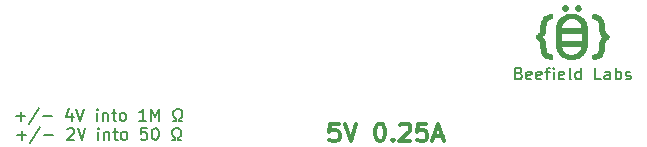
<source format=gbr>
%TF.GenerationSoftware,KiCad,Pcbnew,6.0.8-f2edbf62ab~116~ubuntu20.04.1*%
%TF.CreationDate,2022-11-12T19:24:57-08:00*%
%TF.ProjectId,packaged-amp-panel-b,7061636b-6167-4656-942d-616d702d7061,rev?*%
%TF.SameCoordinates,Original*%
%TF.FileFunction,Legend,Top*%
%TF.FilePolarity,Positive*%
%FSLAX46Y46*%
G04 Gerber Fmt 4.6, Leading zero omitted, Abs format (unit mm)*
G04 Created by KiCad (PCBNEW 6.0.8-f2edbf62ab~116~ubuntu20.04.1) date 2022-11-12 19:24:57*
%MOMM*%
%LPD*%
G01*
G04 APERTURE LIST*
%ADD10C,0.150000*%
%ADD11C,0.300000*%
G04 APERTURE END LIST*
D10*
X140152380Y-72328571D02*
X140295238Y-72376190D01*
X140342857Y-72423809D01*
X140390476Y-72519047D01*
X140390476Y-72661904D01*
X140342857Y-72757142D01*
X140295238Y-72804761D01*
X140200000Y-72852380D01*
X139819047Y-72852380D01*
X139819047Y-71852380D01*
X140152380Y-71852380D01*
X140247619Y-71900000D01*
X140295238Y-71947619D01*
X140342857Y-72042857D01*
X140342857Y-72138095D01*
X140295238Y-72233333D01*
X140247619Y-72280952D01*
X140152380Y-72328571D01*
X139819047Y-72328571D01*
X141200000Y-72804761D02*
X141104761Y-72852380D01*
X140914285Y-72852380D01*
X140819047Y-72804761D01*
X140771428Y-72709523D01*
X140771428Y-72328571D01*
X140819047Y-72233333D01*
X140914285Y-72185714D01*
X141104761Y-72185714D01*
X141200000Y-72233333D01*
X141247619Y-72328571D01*
X141247619Y-72423809D01*
X140771428Y-72519047D01*
X142057142Y-72804761D02*
X141961904Y-72852380D01*
X141771428Y-72852380D01*
X141676190Y-72804761D01*
X141628571Y-72709523D01*
X141628571Y-72328571D01*
X141676190Y-72233333D01*
X141771428Y-72185714D01*
X141961904Y-72185714D01*
X142057142Y-72233333D01*
X142104761Y-72328571D01*
X142104761Y-72423809D01*
X141628571Y-72519047D01*
X142390476Y-72185714D02*
X142771428Y-72185714D01*
X142533333Y-72852380D02*
X142533333Y-71995238D01*
X142580952Y-71900000D01*
X142676190Y-71852380D01*
X142771428Y-71852380D01*
X143104761Y-72852380D02*
X143104761Y-72185714D01*
X143104761Y-71852380D02*
X143057142Y-71900000D01*
X143104761Y-71947619D01*
X143152380Y-71900000D01*
X143104761Y-71852380D01*
X143104761Y-71947619D01*
X143961904Y-72804761D02*
X143866666Y-72852380D01*
X143676190Y-72852380D01*
X143580952Y-72804761D01*
X143533333Y-72709523D01*
X143533333Y-72328571D01*
X143580952Y-72233333D01*
X143676190Y-72185714D01*
X143866666Y-72185714D01*
X143961904Y-72233333D01*
X144009523Y-72328571D01*
X144009523Y-72423809D01*
X143533333Y-72519047D01*
X144580952Y-72852380D02*
X144485714Y-72804761D01*
X144438095Y-72709523D01*
X144438095Y-71852380D01*
X145390476Y-72852380D02*
X145390476Y-71852380D01*
X145390476Y-72804761D02*
X145295238Y-72852380D01*
X145104761Y-72852380D01*
X145009523Y-72804761D01*
X144961904Y-72757142D01*
X144914285Y-72661904D01*
X144914285Y-72376190D01*
X144961904Y-72280952D01*
X145009523Y-72233333D01*
X145104761Y-72185714D01*
X145295238Y-72185714D01*
X145390476Y-72233333D01*
X147104761Y-72852380D02*
X146628571Y-72852380D01*
X146628571Y-71852380D01*
X147866666Y-72852380D02*
X147866666Y-72328571D01*
X147819047Y-72233333D01*
X147723809Y-72185714D01*
X147533333Y-72185714D01*
X147438095Y-72233333D01*
X147866666Y-72804761D02*
X147771428Y-72852380D01*
X147533333Y-72852380D01*
X147438095Y-72804761D01*
X147390476Y-72709523D01*
X147390476Y-72614285D01*
X147438095Y-72519047D01*
X147533333Y-72471428D01*
X147771428Y-72471428D01*
X147866666Y-72423809D01*
X148342857Y-72852380D02*
X148342857Y-71852380D01*
X148342857Y-72233333D02*
X148438095Y-72185714D01*
X148628571Y-72185714D01*
X148723809Y-72233333D01*
X148771428Y-72280952D01*
X148819047Y-72376190D01*
X148819047Y-72661904D01*
X148771428Y-72757142D01*
X148723809Y-72804761D01*
X148628571Y-72852380D01*
X148438095Y-72852380D01*
X148342857Y-72804761D01*
X149200000Y-72804761D02*
X149295238Y-72852380D01*
X149485714Y-72852380D01*
X149580952Y-72804761D01*
X149628571Y-72709523D01*
X149628571Y-72661904D01*
X149580952Y-72566666D01*
X149485714Y-72519047D01*
X149342857Y-72519047D01*
X149247619Y-72471428D01*
X149200000Y-72376190D01*
X149200000Y-72328571D01*
X149247619Y-72233333D01*
X149342857Y-72185714D01*
X149485714Y-72185714D01*
X149580952Y-72233333D01*
X97600000Y-75966428D02*
X98361904Y-75966428D01*
X97980952Y-76347380D02*
X97980952Y-75585476D01*
X99552380Y-75299761D02*
X98695238Y-76585476D01*
X99885714Y-75966428D02*
X100647619Y-75966428D01*
X102314285Y-75680714D02*
X102314285Y-76347380D01*
X102076190Y-75299761D02*
X101838095Y-76014047D01*
X102457142Y-76014047D01*
X102695238Y-75347380D02*
X103028571Y-76347380D01*
X103361904Y-75347380D01*
X104457142Y-76347380D02*
X104457142Y-75680714D01*
X104457142Y-75347380D02*
X104409523Y-75395000D01*
X104457142Y-75442619D01*
X104504761Y-75395000D01*
X104457142Y-75347380D01*
X104457142Y-75442619D01*
X104933333Y-75680714D02*
X104933333Y-76347380D01*
X104933333Y-75775952D02*
X104980952Y-75728333D01*
X105076190Y-75680714D01*
X105219047Y-75680714D01*
X105314285Y-75728333D01*
X105361904Y-75823571D01*
X105361904Y-76347380D01*
X105695238Y-75680714D02*
X106076190Y-75680714D01*
X105838095Y-75347380D02*
X105838095Y-76204523D01*
X105885714Y-76299761D01*
X105980952Y-76347380D01*
X106076190Y-76347380D01*
X106552380Y-76347380D02*
X106457142Y-76299761D01*
X106409523Y-76252142D01*
X106361904Y-76156904D01*
X106361904Y-75871190D01*
X106409523Y-75775952D01*
X106457142Y-75728333D01*
X106552380Y-75680714D01*
X106695238Y-75680714D01*
X106790476Y-75728333D01*
X106838095Y-75775952D01*
X106885714Y-75871190D01*
X106885714Y-76156904D01*
X106838095Y-76252142D01*
X106790476Y-76299761D01*
X106695238Y-76347380D01*
X106552380Y-76347380D01*
X108600000Y-76347380D02*
X108028571Y-76347380D01*
X108314285Y-76347380D02*
X108314285Y-75347380D01*
X108219047Y-75490238D01*
X108123809Y-75585476D01*
X108028571Y-75633095D01*
X109028571Y-76347380D02*
X109028571Y-75347380D01*
X109361904Y-76061666D01*
X109695238Y-75347380D01*
X109695238Y-76347380D01*
X110885714Y-76347380D02*
X111123809Y-76347380D01*
X111123809Y-76156904D01*
X111028571Y-76109285D01*
X110933333Y-76014047D01*
X110885714Y-75871190D01*
X110885714Y-75633095D01*
X110933333Y-75490238D01*
X111028571Y-75395000D01*
X111171428Y-75347380D01*
X111361904Y-75347380D01*
X111504761Y-75395000D01*
X111600000Y-75490238D01*
X111647619Y-75633095D01*
X111647619Y-75871190D01*
X111600000Y-76014047D01*
X111504761Y-76109285D01*
X111409523Y-76156904D01*
X111409523Y-76347380D01*
X111647619Y-76347380D01*
X97695238Y-77576428D02*
X98457142Y-77576428D01*
X98076190Y-77957380D02*
X98076190Y-77195476D01*
X99647619Y-76909761D02*
X98790476Y-78195476D01*
X99980952Y-77576428D02*
X100742857Y-77576428D01*
X101933333Y-77052619D02*
X101980952Y-77005000D01*
X102076190Y-76957380D01*
X102314285Y-76957380D01*
X102409523Y-77005000D01*
X102457142Y-77052619D01*
X102504761Y-77147857D01*
X102504761Y-77243095D01*
X102457142Y-77385952D01*
X101885714Y-77957380D01*
X102504761Y-77957380D01*
X102790476Y-76957380D02*
X103123809Y-77957380D01*
X103457142Y-76957380D01*
X104552380Y-77957380D02*
X104552380Y-77290714D01*
X104552380Y-76957380D02*
X104504761Y-77005000D01*
X104552380Y-77052619D01*
X104600000Y-77005000D01*
X104552380Y-76957380D01*
X104552380Y-77052619D01*
X105028571Y-77290714D02*
X105028571Y-77957380D01*
X105028571Y-77385952D02*
X105076190Y-77338333D01*
X105171428Y-77290714D01*
X105314285Y-77290714D01*
X105409523Y-77338333D01*
X105457142Y-77433571D01*
X105457142Y-77957380D01*
X105790476Y-77290714D02*
X106171428Y-77290714D01*
X105933333Y-76957380D02*
X105933333Y-77814523D01*
X105980952Y-77909761D01*
X106076190Y-77957380D01*
X106171428Y-77957380D01*
X106647619Y-77957380D02*
X106552380Y-77909761D01*
X106504761Y-77862142D01*
X106457142Y-77766904D01*
X106457142Y-77481190D01*
X106504761Y-77385952D01*
X106552380Y-77338333D01*
X106647619Y-77290714D01*
X106790476Y-77290714D01*
X106885714Y-77338333D01*
X106933333Y-77385952D01*
X106980952Y-77481190D01*
X106980952Y-77766904D01*
X106933333Y-77862142D01*
X106885714Y-77909761D01*
X106790476Y-77957380D01*
X106647619Y-77957380D01*
X108647619Y-76957380D02*
X108171428Y-76957380D01*
X108123809Y-77433571D01*
X108171428Y-77385952D01*
X108266666Y-77338333D01*
X108504761Y-77338333D01*
X108600000Y-77385952D01*
X108647619Y-77433571D01*
X108695238Y-77528809D01*
X108695238Y-77766904D01*
X108647619Y-77862142D01*
X108600000Y-77909761D01*
X108504761Y-77957380D01*
X108266666Y-77957380D01*
X108171428Y-77909761D01*
X108123809Y-77862142D01*
X109314285Y-76957380D02*
X109409523Y-76957380D01*
X109504761Y-77005000D01*
X109552380Y-77052619D01*
X109600000Y-77147857D01*
X109647619Y-77338333D01*
X109647619Y-77576428D01*
X109600000Y-77766904D01*
X109552380Y-77862142D01*
X109504761Y-77909761D01*
X109409523Y-77957380D01*
X109314285Y-77957380D01*
X109219047Y-77909761D01*
X109171428Y-77862142D01*
X109123809Y-77766904D01*
X109076190Y-77576428D01*
X109076190Y-77338333D01*
X109123809Y-77147857D01*
X109171428Y-77052619D01*
X109219047Y-77005000D01*
X109314285Y-76957380D01*
X110790476Y-77957380D02*
X111028571Y-77957380D01*
X111028571Y-77766904D01*
X110933333Y-77719285D01*
X110838095Y-77624047D01*
X110790476Y-77481190D01*
X110790476Y-77243095D01*
X110838095Y-77100238D01*
X110933333Y-77005000D01*
X111076190Y-76957380D01*
X111266666Y-76957380D01*
X111409523Y-77005000D01*
X111504761Y-77100238D01*
X111552380Y-77243095D01*
X111552380Y-77481190D01*
X111504761Y-77624047D01*
X111409523Y-77719285D01*
X111314285Y-77766904D01*
X111314285Y-77957380D01*
X111552380Y-77957380D01*
D11*
X124900000Y-76578571D02*
X124185714Y-76578571D01*
X124114285Y-77292857D01*
X124185714Y-77221428D01*
X124328571Y-77150000D01*
X124685714Y-77150000D01*
X124828571Y-77221428D01*
X124900000Y-77292857D01*
X124971428Y-77435714D01*
X124971428Y-77792857D01*
X124900000Y-77935714D01*
X124828571Y-78007142D01*
X124685714Y-78078571D01*
X124328571Y-78078571D01*
X124185714Y-78007142D01*
X124114285Y-77935714D01*
X125400000Y-76578571D02*
X125900000Y-78078571D01*
X126400000Y-76578571D01*
X128328571Y-76578571D02*
X128471428Y-76578571D01*
X128614285Y-76650000D01*
X128685714Y-76721428D01*
X128757142Y-76864285D01*
X128828571Y-77150000D01*
X128828571Y-77507142D01*
X128757142Y-77792857D01*
X128685714Y-77935714D01*
X128614285Y-78007142D01*
X128471428Y-78078571D01*
X128328571Y-78078571D01*
X128185714Y-78007142D01*
X128114285Y-77935714D01*
X128042857Y-77792857D01*
X127971428Y-77507142D01*
X127971428Y-77150000D01*
X128042857Y-76864285D01*
X128114285Y-76721428D01*
X128185714Y-76650000D01*
X128328571Y-76578571D01*
X129471428Y-77935714D02*
X129542857Y-78007142D01*
X129471428Y-78078571D01*
X129400000Y-78007142D01*
X129471428Y-77935714D01*
X129471428Y-78078571D01*
X130114285Y-76721428D02*
X130185714Y-76650000D01*
X130328571Y-76578571D01*
X130685714Y-76578571D01*
X130828571Y-76650000D01*
X130900000Y-76721428D01*
X130971428Y-76864285D01*
X130971428Y-77007142D01*
X130900000Y-77221428D01*
X130042857Y-78078571D01*
X130971428Y-78078571D01*
X132328571Y-76578571D02*
X131614285Y-76578571D01*
X131542857Y-77292857D01*
X131614285Y-77221428D01*
X131757142Y-77150000D01*
X132114285Y-77150000D01*
X132257142Y-77221428D01*
X132328571Y-77292857D01*
X132400000Y-77435714D01*
X132400000Y-77792857D01*
X132328571Y-77935714D01*
X132257142Y-78007142D01*
X132114285Y-78078571D01*
X131757142Y-78078571D01*
X131614285Y-78007142D01*
X131542857Y-77935714D01*
X132971428Y-77650000D02*
X133685714Y-77650000D01*
X132828571Y-78078571D02*
X133328571Y-76578571D01*
X133828571Y-78078571D01*
%TO.C,G\u002A\u002A\u002A*%
G36*
X145223256Y-66540791D02*
G01*
X145292596Y-66559856D01*
X145356459Y-66596493D01*
X145402843Y-66640261D01*
X145443973Y-66703518D01*
X145466302Y-66772830D01*
X145469933Y-66844737D01*
X145454972Y-66915780D01*
X145421525Y-66982500D01*
X145391276Y-67020470D01*
X145331011Y-67070412D01*
X145262692Y-67101516D01*
X145189032Y-67113168D01*
X145112747Y-67104751D01*
X145073537Y-67092470D01*
X145014799Y-67059284D01*
X144963825Y-67010268D01*
X144923928Y-66950285D01*
X144898419Y-66884196D01*
X144890500Y-66823708D01*
X144898573Y-66765184D01*
X144920358Y-66704165D01*
X144952202Y-66650263D01*
X144960240Y-66640261D01*
X145016932Y-66589034D01*
X145081969Y-66555380D01*
X145151896Y-66539299D01*
X145223256Y-66540791D01*
G37*
G36*
X144184982Y-66547585D02*
G01*
X144256456Y-66578444D01*
X144314766Y-66623941D01*
X144358521Y-66681124D01*
X144386327Y-66747041D01*
X144396792Y-66818741D01*
X144388523Y-66893272D01*
X144371764Y-66943424D01*
X144334904Y-67004227D01*
X144283783Y-67053435D01*
X144222409Y-67089256D01*
X144154793Y-67109895D01*
X144084943Y-67113561D01*
X144021420Y-67100139D01*
X143948579Y-67064229D01*
X143891237Y-67014999D01*
X143850574Y-66954224D01*
X143827769Y-66883679D01*
X143824003Y-66805139D01*
X143824142Y-66803345D01*
X143838557Y-66729162D01*
X143870003Y-66666009D01*
X143917235Y-66612937D01*
X143982007Y-66566916D01*
X144051370Y-66541358D01*
X144124458Y-66536476D01*
X144184982Y-66547585D01*
G37*
G36*
X146633526Y-67324459D02*
G01*
X146765050Y-67349266D01*
X146888317Y-67389360D01*
X147001030Y-67443782D01*
X147100894Y-67511572D01*
X147185613Y-67591774D01*
X147201520Y-67610414D01*
X147273373Y-67713174D01*
X147334295Y-67831800D01*
X147383433Y-67963544D01*
X147419934Y-68105662D01*
X147442947Y-68255404D01*
X147451618Y-68410025D01*
X147451656Y-68416500D01*
X147455872Y-68546562D01*
X147467648Y-68658008D01*
X147487249Y-68752093D01*
X147514939Y-68830072D01*
X147550984Y-68893198D01*
X147552841Y-68895756D01*
X147571900Y-68920174D01*
X147591994Y-68941482D01*
X147616836Y-68962655D01*
X147650139Y-68986668D01*
X147695614Y-69016496D01*
X147732873Y-69040045D01*
X147776853Y-69071464D01*
X147806127Y-69103760D01*
X147823366Y-69142240D01*
X147831239Y-69192213D01*
X147832607Y-69238308D01*
X147829677Y-69309520D01*
X147819273Y-69364635D01*
X147798803Y-69408153D01*
X147765673Y-69444575D01*
X147717290Y-69478399D01*
X147683246Y-69497522D01*
X147610885Y-69546843D01*
X147553371Y-69610433D01*
X147520740Y-69664776D01*
X147502185Y-69704972D01*
X147487501Y-69746235D01*
X147476063Y-69792113D01*
X147467249Y-69846154D01*
X147460435Y-69911906D01*
X147454997Y-69992916D01*
X147451840Y-70056917D01*
X147444213Y-70188064D01*
X147433398Y-70301829D01*
X147418637Y-70401855D01*
X147399175Y-70491785D01*
X147374253Y-70575265D01*
X147343115Y-70655937D01*
X147314456Y-70718375D01*
X147247275Y-70834290D01*
X147166777Y-70933781D01*
X147072939Y-71016861D01*
X146965740Y-71083544D01*
X146845155Y-71133845D01*
X146711163Y-71167777D01*
X146563739Y-71185355D01*
X146550517Y-71186099D01*
X146497790Y-71188661D01*
X146461819Y-71189485D01*
X146438223Y-71187955D01*
X146422621Y-71183456D01*
X146410632Y-71175372D01*
X146399705Y-71164918D01*
X146389562Y-71154236D01*
X146382276Y-71143333D01*
X146377376Y-71128726D01*
X146374388Y-71106938D01*
X146372838Y-71074488D01*
X146372256Y-71027897D01*
X146372166Y-70963685D01*
X146372166Y-70962273D01*
X146372637Y-70890254D01*
X146374708Y-70836523D01*
X146379366Y-70798212D01*
X146387600Y-70772451D01*
X146400397Y-70756371D01*
X146418745Y-70747103D01*
X146443631Y-70741778D01*
X146448305Y-70741097D01*
X146517604Y-70730974D01*
X146570126Y-70722204D01*
X146610134Y-70713836D01*
X146641892Y-70704920D01*
X146669663Y-70694504D01*
X146682393Y-70688894D01*
X146758073Y-70643412D01*
X146818460Y-70583390D01*
X146858668Y-70518799D01*
X146876305Y-70479918D01*
X146891244Y-70440209D01*
X146903863Y-70397212D01*
X146914538Y-70348468D01*
X146923645Y-70291520D01*
X146931562Y-70223909D01*
X146938665Y-70143175D01*
X146945330Y-70046861D01*
X146951935Y-69932508D01*
X146953760Y-69898167D01*
X146959381Y-69808060D01*
X146966005Y-69735892D01*
X146974010Y-69678445D01*
X146983774Y-69632503D01*
X146985888Y-69624708D01*
X147024206Y-69517237D01*
X147074165Y-69424175D01*
X147134660Y-69347266D01*
X147193890Y-69295648D01*
X147251616Y-69254311D01*
X147204422Y-69221841D01*
X147142476Y-69169663D01*
X147089015Y-69103228D01*
X147041447Y-69019284D01*
X147039125Y-69014459D01*
X147014349Y-68958966D01*
X146995136Y-68906137D01*
X146980556Y-68851479D01*
X146969677Y-68790496D01*
X146961568Y-68718696D01*
X146955298Y-68631584D01*
X146953633Y-68601709D01*
X146946928Y-68482625D01*
X146940260Y-68382222D01*
X146933243Y-68298019D01*
X146925494Y-68227533D01*
X146916629Y-68168284D01*
X146906265Y-68117790D01*
X146894017Y-68073570D01*
X146879503Y-68033141D01*
X146862338Y-67994023D01*
X146858382Y-67985786D01*
X146819714Y-67921616D01*
X146771096Y-67869776D01*
X146710333Y-67829007D01*
X146635232Y-67798048D01*
X146543600Y-67775639D01*
X146474025Y-67765049D01*
X146424350Y-67751846D01*
X146397296Y-67733508D01*
X146387908Y-67723267D01*
X146381206Y-67711962D01*
X146376739Y-67696078D01*
X146374053Y-67672100D01*
X146372698Y-67636511D01*
X146372220Y-67585796D01*
X146372166Y-67538084D01*
X146372280Y-67474407D01*
X146372931Y-67428370D01*
X146374588Y-67396446D01*
X146377717Y-67375110D01*
X146382783Y-67360835D01*
X146390256Y-67350094D01*
X146398143Y-67341811D01*
X146415301Y-67327545D01*
X146435151Y-67319667D01*
X146464418Y-67316396D01*
X146496039Y-67315896D01*
X146633526Y-67324459D01*
G37*
G36*
X142962402Y-67318828D02*
G01*
X142991754Y-67323315D01*
X143013618Y-67331124D01*
X143029089Y-67345087D01*
X143039264Y-67368038D01*
X143045238Y-67402810D01*
X143048108Y-67452236D01*
X143048969Y-67519149D01*
X143049000Y-67542703D01*
X143048710Y-67614096D01*
X143046672Y-67667302D01*
X143041128Y-67705302D01*
X143030322Y-67731075D01*
X143012496Y-67747602D01*
X142985896Y-67757862D01*
X142948763Y-67764837D01*
X142915389Y-67769382D01*
X142818206Y-67787751D01*
X142737810Y-67815721D01*
X142671515Y-67854591D01*
X142616638Y-67905662D01*
X142605070Y-67919624D01*
X142572973Y-67966356D01*
X142546427Y-68019462D01*
X142524873Y-68081359D01*
X142507754Y-68154467D01*
X142494511Y-68241202D01*
X142484587Y-68343984D01*
X142477424Y-68465230D01*
X142477001Y-68474709D01*
X142472938Y-68564075D01*
X142469214Y-68635666D01*
X142465471Y-68692859D01*
X142461355Y-68739034D01*
X142456508Y-68777569D01*
X142450575Y-68811845D01*
X142443200Y-68845239D01*
X142434289Y-68880149D01*
X142398379Y-68984449D01*
X142350007Y-69076370D01*
X142290729Y-69153431D01*
X142227515Y-69209348D01*
X142170027Y-69250514D01*
X142205828Y-69272640D01*
X142244238Y-69302092D01*
X142286772Y-69343675D01*
X142327445Y-69390925D01*
X142360270Y-69437376D01*
X142363777Y-69443238D01*
X142388930Y-69494492D01*
X142413713Y-69559135D01*
X142435567Y-69629507D01*
X142451933Y-69697943D01*
X142455604Y-69718250D01*
X142459459Y-69749645D01*
X142463769Y-69797864D01*
X142468223Y-69858579D01*
X142472511Y-69927459D01*
X142476322Y-70000178D01*
X142477228Y-70019875D01*
X142483594Y-70135294D01*
X142491835Y-70232385D01*
X142502428Y-70313940D01*
X142515852Y-70382750D01*
X142532585Y-70441608D01*
X142553105Y-70493307D01*
X142561188Y-70510062D01*
X142610112Y-70587113D01*
X142670877Y-70647090D01*
X142744401Y-70690617D01*
X142831601Y-70718320D01*
X142878550Y-70726176D01*
X142932121Y-70733144D01*
X142968920Y-70738842D01*
X142993202Y-70744409D01*
X143009223Y-70750988D01*
X143021240Y-70759719D01*
X143028102Y-70766269D01*
X143035875Y-70775640D01*
X143041451Y-70788019D01*
X143045189Y-70806781D01*
X143047450Y-70835300D01*
X143048593Y-70876950D01*
X143048977Y-70935108D01*
X143049000Y-70962273D01*
X143048894Y-71026952D01*
X143048280Y-71073928D01*
X143046709Y-71106663D01*
X143043734Y-71128621D01*
X143038907Y-71143266D01*
X143031782Y-71154059D01*
X143023022Y-71163356D01*
X143007576Y-71176637D01*
X142990329Y-71184326D01*
X142965314Y-71187793D01*
X142926563Y-71188410D01*
X142914543Y-71188286D01*
X142860290Y-71185875D01*
X142798991Y-71180593D01*
X142746762Y-71173986D01*
X142609073Y-71143475D01*
X142484907Y-71096785D01*
X142374158Y-71033818D01*
X142276725Y-70954478D01*
X142192503Y-70858666D01*
X142121390Y-70746286D01*
X142063283Y-70617239D01*
X142023095Y-70490834D01*
X142009460Y-70436318D01*
X141998590Y-70384299D01*
X141989954Y-70330529D01*
X141983023Y-70270761D01*
X141977265Y-70200749D01*
X141972153Y-70116246D01*
X141969315Y-70059781D01*
X141965634Y-69991204D01*
X141961421Y-69926811D01*
X141957004Y-69870742D01*
X141952713Y-69827137D01*
X141948877Y-69800136D01*
X141948537Y-69798535D01*
X141920314Y-69704747D01*
X141880025Y-69626461D01*
X141825215Y-69560326D01*
X141753432Y-69502986D01*
X141714974Y-69479181D01*
X141666718Y-69449925D01*
X141633338Y-69424160D01*
X141611936Y-69396843D01*
X141599617Y-69362931D01*
X141593483Y-69317380D01*
X141590885Y-69263167D01*
X141590631Y-69197569D01*
X141595830Y-69148437D01*
X141608215Y-69111401D01*
X141629515Y-69082091D01*
X141661461Y-69056136D01*
X141676810Y-69046209D01*
X141750492Y-68998492D01*
X141807604Y-68956014D01*
X141851048Y-68915707D01*
X141883722Y-68874504D01*
X141908527Y-68829335D01*
X141926895Y-68781625D01*
X141943376Y-68717343D01*
X141956333Y-68636975D01*
X141965187Y-68545392D01*
X141969360Y-68447468D01*
X141969607Y-68421792D01*
X141974955Y-68303365D01*
X141989625Y-68180816D01*
X142012465Y-68059920D01*
X142042323Y-67946452D01*
X142078046Y-67846187D01*
X142089736Y-67819543D01*
X142155585Y-67700399D01*
X142235737Y-67596285D01*
X142329306Y-67507964D01*
X142435407Y-67436199D01*
X142553155Y-67381755D01*
X142623461Y-67359223D01*
X142680066Y-67346058D01*
X142745266Y-67334564D01*
X142812947Y-67325469D01*
X142876993Y-67319501D01*
X142931292Y-67317390D01*
X142962402Y-67318828D01*
G37*
G36*
X143292430Y-69361881D02*
G01*
X143292416Y-69242000D01*
X143292465Y-69087694D01*
X143292632Y-68953010D01*
X143292945Y-68836407D01*
X143293433Y-68736341D01*
X143294126Y-68651269D01*
X143295051Y-68579647D01*
X143296239Y-68519933D01*
X143297717Y-68470584D01*
X143298239Y-68458834D01*
X143811529Y-68458834D01*
X145451416Y-68458834D01*
X145451416Y-68434068D01*
X145447364Y-68398726D01*
X145436462Y-68350375D01*
X145420594Y-68295290D01*
X145401642Y-68239743D01*
X145381491Y-68190008D01*
X145372480Y-68171091D01*
X145305152Y-68060411D01*
X145223635Y-67965097D01*
X145128545Y-67885762D01*
X145022791Y-67824108D01*
X144941004Y-67789320D01*
X144860919Y-67765266D01*
X144774816Y-67750059D01*
X144688620Y-67742538D01*
X144553731Y-67742960D01*
X144428272Y-67760539D01*
X144308598Y-67795786D01*
X144308416Y-67795854D01*
X144218852Y-67835234D01*
X144140958Y-67883131D01*
X144067994Y-67944110D01*
X144024291Y-67988326D01*
X143946380Y-68087218D01*
X143884913Y-68199416D01*
X143839914Y-68324867D01*
X143817538Y-68424438D01*
X143811529Y-68458834D01*
X143298239Y-68458834D01*
X143299516Y-68430055D01*
X143301662Y-68396805D01*
X143304187Y-68369289D01*
X143307117Y-68345966D01*
X143309469Y-68331053D01*
X143346611Y-68172884D01*
X143402120Y-68023399D01*
X143475198Y-67884111D01*
X143565050Y-67756533D01*
X143670879Y-67642179D01*
X143673103Y-67640084D01*
X143796495Y-67538494D01*
X143931600Y-67454481D01*
X144078253Y-67388105D01*
X144236287Y-67339428D01*
X144405534Y-67308509D01*
X144585827Y-67295409D01*
X144631208Y-67294923D01*
X144784971Y-67300205D01*
X144924645Y-67316430D01*
X145054830Y-67344600D01*
X145180125Y-67385717D01*
X145305128Y-67440782D01*
X145308541Y-67442471D01*
X145409662Y-67496778D01*
X145495701Y-67552743D01*
X145572577Y-67614644D01*
X145644887Y-67685347D01*
X145743372Y-67803364D01*
X145824614Y-67930907D01*
X145889575Y-68069846D01*
X145939217Y-68222050D01*
X145955536Y-68289500D01*
X145959114Y-68306875D01*
X145962233Y-68325240D01*
X145964926Y-68346094D01*
X145967224Y-68370937D01*
X145969157Y-68401269D01*
X145970757Y-68438591D01*
X145972054Y-68484401D01*
X145973080Y-68540200D01*
X145973867Y-68607488D01*
X145974444Y-68687765D01*
X145974844Y-68782530D01*
X145975097Y-68893283D01*
X145975234Y-69021525D01*
X145975287Y-69168755D01*
X145975291Y-69242000D01*
X145975264Y-69398513D01*
X145975163Y-69535355D01*
X145974958Y-69654018D01*
X145974617Y-69755999D01*
X145974112Y-69842792D01*
X145973410Y-69915892D01*
X145972483Y-69976792D01*
X145971299Y-70026988D01*
X145969829Y-70067974D01*
X145968041Y-70101246D01*
X145965906Y-70128296D01*
X145963393Y-70150621D01*
X145960471Y-70169715D01*
X145957111Y-70187072D01*
X145955974Y-70192342D01*
X145910619Y-70354147D01*
X145848644Y-70504097D01*
X145770650Y-70641375D01*
X145677240Y-70765164D01*
X145569018Y-70874647D01*
X145446586Y-70969006D01*
X145333988Y-71035576D01*
X145235339Y-71081015D01*
X145126150Y-71121518D01*
X145017014Y-71153314D01*
X144977985Y-71162282D01*
X144941488Y-71168606D01*
X144891689Y-71175407D01*
X144833797Y-71182175D01*
X144773017Y-71188397D01*
X144714559Y-71193560D01*
X144663628Y-71197152D01*
X144625433Y-71198660D01*
X144611150Y-71198377D01*
X144591093Y-71196910D01*
X144555964Y-71194265D01*
X144511791Y-71190898D01*
X144488333Y-71189096D01*
X144318014Y-71166528D01*
X144157235Y-71126216D01*
X144006957Y-71068877D01*
X143868145Y-70995227D01*
X143741762Y-70905984D01*
X143628770Y-70801865D01*
X143530134Y-70683586D01*
X143446816Y-70551866D01*
X143379780Y-70407420D01*
X143358313Y-70347959D01*
X143346723Y-70312821D01*
X143336578Y-70280307D01*
X143327782Y-70248803D01*
X143320238Y-70216693D01*
X143313851Y-70182364D01*
X143308525Y-70144202D01*
X143305087Y-70109834D01*
X143829461Y-70109834D01*
X143836499Y-70153849D01*
X143854080Y-70220866D01*
X143885096Y-70295520D01*
X143926396Y-70372299D01*
X143974829Y-70445693D01*
X144027243Y-70510190D01*
X144057890Y-70541040D01*
X144148045Y-70610919D01*
X144252055Y-70668867D01*
X144364770Y-70712274D01*
X144429153Y-70729123D01*
X144484301Y-70737385D01*
X144553572Y-70742239D01*
X144630200Y-70743699D01*
X144707420Y-70741784D01*
X144778468Y-70736510D01*
X144835383Y-70728138D01*
X144961181Y-70692420D01*
X145075089Y-70639329D01*
X145176666Y-70569163D01*
X145265473Y-70482218D01*
X145331420Y-70394059D01*
X145356106Y-70351693D01*
X145381121Y-70301661D01*
X145404281Y-70249214D01*
X145423406Y-70199605D01*
X145436314Y-70158083D01*
X145440833Y-70130695D01*
X145440451Y-70126822D01*
X145438373Y-70123460D01*
X145433198Y-70120573D01*
X145423525Y-70118126D01*
X145407956Y-70116082D01*
X145385088Y-70114405D01*
X145353523Y-70113058D01*
X145311860Y-70112006D01*
X145258699Y-70111212D01*
X145192640Y-70110639D01*
X145112281Y-70110252D01*
X145016224Y-70110014D01*
X144903068Y-70109889D01*
X144771413Y-70109841D01*
X144635147Y-70109834D01*
X143829461Y-70109834D01*
X143305087Y-70109834D01*
X143304162Y-70100592D01*
X143300668Y-70049920D01*
X143297945Y-69990571D01*
X143295898Y-69920933D01*
X143294430Y-69839389D01*
X143293446Y-69744326D01*
X143292848Y-69634130D01*
X143292719Y-69580667D01*
X143811000Y-69580667D01*
X145462000Y-69580667D01*
X145462000Y-68998584D01*
X143811000Y-68998584D01*
X143811000Y-69580667D01*
X143292719Y-69580667D01*
X143292542Y-69507187D01*
X143292430Y-69361881D01*
G37*
%TD*%
M02*

</source>
